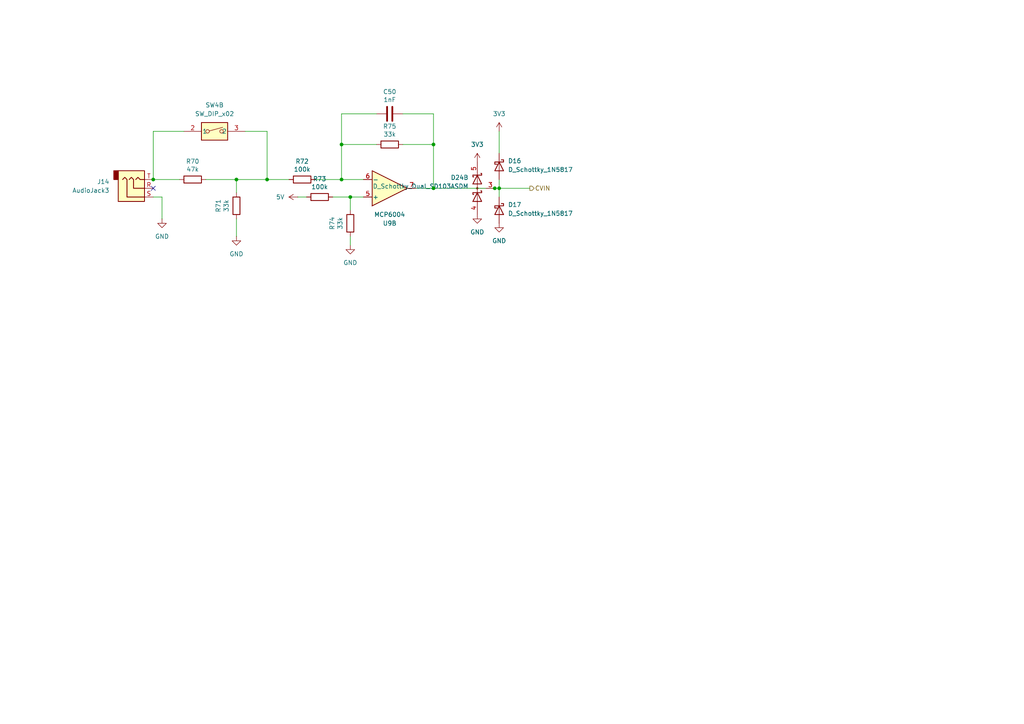
<source format=kicad_sch>
(kicad_sch (version 20231120) (generator "eeschema") (generator_version "8.0")
  (paper "A4")
  (lib_symbols
    (symbol "+3V3_1" (power) (pin_numbers hide) (pin_names (offset 0) hide)
      (property "Value" "+3V3" (at 0 3.556 0))
      (symbol "+3V3_1_0_1"
        (polyline (pts (xy -0.762 1.27) (xy 0 2.54)))
        (polyline (pts (xy 0 0) (xy 0 2.54)))
        (polyline (pts (xy 0 2.54) (xy 0.762 1.27)))
      )
      (symbol "+3V3_1_1_1"
        (pin power_in line (at 0 0 90) (length 0) (name "~") (number "1"))
      )
    )
    (symbol "Amplifier_Operational:MCP6004" (pin_names (offset 0.127))
      (property "Reference" "U" (at 0 5.08 0))
      (property "Value" "MCP6004" (at 0 -5.08 0))
      (symbol "MCP6004_1_1"
        (polyline (pts (xy -5.08 5.08) (xy 5.08 0) (xy -5.08 -5.08) (xy -5.08 5.08)) (stroke (width 0.254)) (fill (type background)))
        (pin output line (at 7.62 0 180) (length 2.54) (name "~") (number "1"))
        (pin input line (at -7.62 -2.54 0) (length 2.54) (name "-") (number "2"))
        (pin input line (at -7.62 2.54 0) (length 2.54) (name "+") (number "3"))
      )
      (symbol "MCP6004_2_1"
        (polyline (pts (xy -5.08 5.08) (xy 5.08 0) (xy -5.08 -5.08) (xy -5.08 5.08)) (stroke (width 0.254)) (fill (type background)))
        (pin input line (at -7.62 2.54 0) (length 2.54) (name "+") (number "5"))
        (pin input line (at -7.62 -2.54 0) (length 2.54) (name "-") (number "6"))
        (pin output line (at 7.62 0 180) (length 2.54) (name "~") (number "7"))
      )
      (symbol "MCP6004_3_1"
        (polyline (pts (xy -5.08 5.08) (xy 5.08 0) (xy -5.08 -5.08) (xy -5.08 5.08)) (stroke (width 0.254)) (fill (type background)))
        (pin input line (at -7.62 2.54 0) (length 2.54) (name "+") (number "10"))
        (pin output line (at 7.62 0 180) (length 2.54) (name "~") (number "8"))
        (pin input line (at -7.62 -2.54 0) (length 2.54) (name "-") (number "9"))
      )
      (symbol "MCP6004_4_1"
        (polyline (pts (xy -5.08 5.08) (xy 5.08 0) (xy -5.08 -5.08) (xy -5.08 5.08)) (stroke (width 0.254)) (fill (type background)))
        (pin input line (at -7.62 2.54 0) (length 2.54) (name "+") (number "12"))
        (pin input line (at -7.62 -2.54 0) (length 2.54) (name "-") (number "13"))
        (pin output line (at 7.62 0 180) (length 2.54) (name "~") (number "14"))
      )
      (symbol "MCP6004_5_1"
        (pin power_in line (at -2.54 -7.62 90) (length 3.81) (name "V-") (number "11"))
        (pin power_in line (at -2.54 7.62 270) (length 3.81) (name "V+") (number "4"))
      )
    )
    (symbol "Connector_Audio:AudioJack3"
      (property "Reference" "J" (at 0 8.89 0))
      (property "Value" "AudioJack3" (at 0 6.35 0))
      (symbol "AudioJack3_0_1"
        (rectangle (start -5.08 -5.08) (end -6.35 -2.54) (stroke (width 0.254)) (fill (type outline)))
        (polyline (pts (xy 0 -2.54) (xy 0.635 -3.175) (xy 1.27 -2.54) (xy 2.54 -2.54)) (stroke (width 0.254)))
        (polyline (pts (xy -1.905 -2.54) (xy -1.27 -3.175) (xy -0.635 -2.54) (xy -0.635 0) (xy 2.54 0)) (stroke (width 0.254)))
        (polyline (pts (xy 2.54 2.54) (xy -2.54 2.54) (xy -2.54 -2.54) (xy -3.175 -3.175) (xy -3.81 -2.54)) (stroke (width 0.254)))
        (rectangle (start 2.54 3.81) (end -5.08 -5.08) (stroke (width 0.254)) (fill (type background)))
      )
      (symbol "AudioJack3_1_1"
        (pin passive line (at 5.08 0 180) (length 2.54) (name "~") (number "R"))
        (pin passive line (at 5.08 2.54 180) (length 2.54) (name "~") (number "S"))
        (pin passive line (at 5.08 -2.54 180) (length 2.54) (name "~") (number "T"))
      )
    )
    (symbol "Device:C" (pin_numbers hide) (pin_names (offset 0.254))
      (property "Reference" "C" (at 0.635 2.54 0))
      (property "Value" "C" (at 0.635 -2.54 0))
      (symbol "C_0_1"
        (polyline (pts (xy -2.032 -0.762) (xy 2.032 -0.762)) (stroke (width 0.508)))
        (polyline (pts (xy -2.032 0.762) (xy 2.032 0.762)) (stroke (width 0.508)))
      )
      (symbol "C_1_1"
        (pin passive line (at 0 3.81 270) (length 2.794) (name "~") (number "1"))
        (pin passive line (at 0 -3.81 90) (length 2.794) (name "~") (number "2"))
      )
    )
    (symbol "Device:D_Schottky" (pin_numbers hide) (pin_names (offset 1.016) hide)
      (property "Reference" "D" (at 0 2.54 0))
      (property "Value" "D_Schottky" (at 0 -2.54 0))
      (symbol "D_Schottky_0_1"
        (polyline (pts (xy 1.27 0) (xy -1.27 0)))
        (polyline (pts (xy 1.27 1.27) (xy 1.27 -1.27) (xy -1.27 0) (xy 1.27 1.27)) (stroke (width 0.254)))
        (polyline (pts (xy -1.905 0.635) (xy -1.905 1.27) (xy -1.27 1.27) (xy -1.27 -1.27) (xy -0.635 -1.27) (xy -0.635 -0.635)) (stroke (width 0.254)))
      )
      (symbol "D_Schottky_1_1"
        (pin passive line (at -3.81 0 0) (length 2.54) (name "K") (number "1"))
        (pin passive line (at 3.81 0 180) (length 2.54) (name "A") (number "2"))
      )
    )
    (symbol "Device:R" (pin_numbers hide) (pin_names (offset 0))
      (property "Reference" "R" (at 2.032 0 90))
      (property "Value" "R" (at 0 0 90))
      (symbol "R_0_1"
        (rectangle (start -1.016 -2.54) (end 1.016 2.54) (stroke (width 0.254)))
      )
      (symbol "R_1_1"
        (pin passive line (at 0 3.81 270) (length 1.27) (name "~") (number "1"))
        (pin passive line (at 0 -3.81 90) (length 1.27) (name "~") (number "2"))
      )
    )
    (symbol "asynthosc_lib:D_Schottky_Dual_SD103ASDM" (pin_names (offset 0.762) hide)
      (property "Reference" "D" (at 1.27 -2.54 0))
      (property "Value" "D_Schottky_Dual_SD103ASDM" (at 0 2.54 0))
      (symbol "D_Schottky_Dual_SD103ASDM_0_1"
        (polyline (pts (xy 0 0) (xy 0 -2.54)))
        (polyline (pts (xy 3.81 0) (xy -3.81 0)))
        (polyline (pts (xy -1.27 -1.27) (xy -1.27 1.27) (xy -1.27 1.27)) (stroke (width 0.254)))
        (polyline (pts (xy 3.81 1.27) (xy 3.81 -1.27) (xy 3.81 -1.27)) (stroke (width 0.254)))
        (polyline (pts (xy -1.27 -1.27) (xy -0.762 -1.27) (xy -0.762 -1.016) (xy -0.762 -1.016)) (stroke (width 0.254)))
        (polyline (pts (xy 3.81 -1.27) (xy 4.318 -1.27) (xy 4.318 -1.016) (xy 4.318 -1.016)) (stroke (width 0.254)))
        (polyline (pts (xy 3.81 1.27) (xy 3.302 1.27) (xy 3.302 1.016) (xy 3.302 1.016)) (stroke (width 0.254)))
        (polyline (pts (xy -1.778 1.016) (xy -1.778 1.27) (xy -1.27 1.27) (xy -1.27 1.27) (xy -1.27 1.27)) (stroke (width 0.254)))
        (polyline (pts (xy -3.81 1.27) (xy -1.27 0) (xy -3.81 -1.27) (xy -3.81 1.27) (xy -3.81 1.27) (xy -3.81 1.27)) (stroke (width 0.254)))
        (polyline (pts (xy 1.27 1.27) (xy 3.81 0) (xy 1.27 -1.27) (xy 1.27 1.27) (xy 1.27 1.27) (xy 1.27 1.27)) (stroke (width 0.254)))
        (circle (center 0 0) (radius 0.254) (fill (type outline)))
      )
      (symbol "D_Schottky_Dual_SD103ASDM_1_1"
        (pin passive line (at -7.62 0 0) (length 3.81) (name "A") (number "1"))
        (pin passive line (at 7.62 0 180) (length 3.81) (name "K") (number "2"))
        (pin passive line (at 0 -5.08 90) (length 2.54) (name "common") (number "6"))
      )
      (symbol "D_Schottky_Dual_SD103ASDM_2_1"
        (pin passive line (at 0 -5.08 90) (length 2.54) (name "common") (number "3"))
        (pin passive line (at -7.62 0 0) (length 3.81) (name "A") (number "4"))
        (pin passive line (at 7.62 0 180) (length 3.81) (name "K") (number "5"))
      )
    )
    (symbol "asynthosc_lib:SW_DIP_x02_SEP" (pin_names (offset 0.254))
      (property "Reference" "SW" (at -2.54 4.064 0))
      (property "Value" "SW_DIP_x02" (at 0.254 -3.81 0))
      (symbol "SW_DIP_x02_SEP_0_0"
        (circle (center -2.032 0) (radius 0.508))
        (polyline (pts (xy -1.524 0.127) (xy 2.3622 1.1684)))
        (circle (center 2.032 0) (radius 0.508))
      )
      (symbol "SW_DIP_x02_SEP_0_1"
        (rectangle (start -3.81 2.54) (end 3.81 -2.54) (stroke (width 0.254)) (fill (type background)))
      )
      (symbol "SW_DIP_x02_SEP_1_1"
        (pin passive line (at -8.89 0 0) (length 5.08) (name "1") (number "1"))
        (pin passive line (at 8.89 0 180) (length 5.08) (name "2") (number "4"))
      )
      (symbol "SW_DIP_x02_SEP_2_1"
        (pin passive line (at -8.89 0 0) (length 5.08) (name "1") (number "2"))
        (pin passive line (at 8.89 0 180) (length 5.08) (name "2") (number "3"))
      )
    )
    (symbol "power:+3V3" (power) (pin_numbers hide) (pin_names (offset 0) hide)
      (property "Value" "+3V3" (at 0 3.556 0))
      (symbol "+3V3_0_1"
        (polyline (pts (xy -0.762 1.27) (xy 0 2.54)))
        (polyline (pts (xy 0 0) (xy 0 2.54)))
        (polyline (pts (xy 0 2.54) (xy 0.762 1.27)))
      )
      (symbol "+3V3_1_1"
        (pin power_in line (at 0 0 90) (length 0) (name "~") (number "1"))
      )
    )
    (symbol "power:GND" (power) (pin_numbers hide) (pin_names (offset 0) hide)
      (property "Value" "GND" (at 0 -3.81 0))
      (symbol "GND_0_1"
        (polyline (pts (xy 0 0) (xy 0 -1.27) (xy 1.27 -1.27) (xy 0 -2.54) (xy -1.27 -1.27) (xy 0 -1.27)))
      )
      (symbol "GND_1_1"
        (pin power_in line (at 0 0 270) (length 0) (name "~") (number "1"))
      )
    )
  )
  (junction (at 77.47 52.07))
  (junction (at 143.51 54.61))
  (junction (at 44.45 52.07))
  (junction (at 144.78 54.61))
  (junction (at 101.6 57.15))
  (junction (at 99.06 52.07))
  (junction (at 99.06 41.91))
  (junction (at 68.58 52.07))
  (junction (at 125.73 41.91))
  (junction (at 125.73 54.61))
  (no_connect (at 44.45 54.61))
  (wire (pts (xy 96.52 57.15) (xy 101.6 57.15)))
  (wire (pts (xy 101.6 57.15) (xy 105.41 57.15)))
  (wire (pts (xy 116.84 41.91) (xy 125.73 41.91)))
  (wire (pts (xy 144.78 54.61) (xy 144.78 52.07)))
  (wire (pts (xy 109.22 33.02) (xy 99.06 33.02)))
  (wire (pts (xy 99.06 41.91) (xy 99.06 52.07)))
  (wire (pts (xy 125.73 54.61) (xy 120.65 54.61)))
  (wire (pts (xy 68.58 63.5) (xy 68.58 68.58)))
  (wire (pts (xy 125.73 41.91) (xy 125.73 54.61)))
  (wire (pts (xy 143.51 54.61) (xy 144.78 54.61)))
  (wire (pts (xy 86.36 57.15) (xy 88.9 57.15)))
  (wire (pts (xy 144.78 54.61) (xy 144.78 57.15)))
  (wire (pts (xy 91.44 52.07) (xy 99.06 52.07)))
  (wire (pts (xy 144.78 38.1) (xy 144.78 44.45)))
  (wire (pts (xy 46.99 57.15) (xy 44.45 57.15)))
  (wire (pts (xy 68.58 52.07) (xy 68.58 55.88)))
  (wire (pts (xy 109.22 41.91) (xy 99.06 41.91)))
  (wire (pts (xy 46.99 57.15) (xy 46.99 63.5)))
  (wire (pts (xy 83.82 52.07) (xy 77.47 52.07)))
  (wire (pts (xy 44.45 52.07) (xy 52.07 52.07)))
  (wire (pts (xy 125.73 33.02) (xy 125.73 41.91)))
  (wire (pts (xy 99.06 52.07) (xy 105.41 52.07)))
  (wire (pts (xy 44.45 52.07) (xy 44.45 38.1)))
  (wire (pts (xy 77.47 38.1) (xy 77.47 52.07)))
  (wire (pts (xy 99.06 33.02) (xy 99.06 41.91)))
  (wire (pts (xy 101.6 68.58) (xy 101.6 71.12)))
  (wire (pts (xy 59.69 52.07) (xy 68.58 52.07)))
  (wire (pts (xy 44.45 38.1) (xy 53.34 38.1)))
  (wire (pts (xy 125.73 54.61) (xy 143.51 54.61)))
  (wire (pts (xy 144.78 54.61) (xy 153.67 54.61)))
  (wire (pts (xy 101.6 60.96) (xy 101.6 57.15)))
  (wire (pts (xy 68.58 52.07) (xy 77.47 52.07)))
  (wire (pts (xy 116.84 33.02) (xy 125.73 33.02)))
  (wire (pts (xy 71.12 38.1) (xy 77.47 38.1)))
  (hierarchical_label "CVIN" (shape output) (at 153.67 54.61 0))
  (symbol (lib_id "power:GND") (at 101.6 71.12 0) (unit 1)
    (property "Reference" "#PWR0124" (effects (hide yes)))
    (property "Value" "GND" (at 101.6 76.2 0))
    (property "Description" "Power symbol creates a global label with name \"GND\" , ground" (effects (hide yes)))
    (instances (project "asynthosc" (path "" (reference "#PWR0124") (unit 1)) (path "" (reference "#PWR085") (unit 1)) (path "" (reference "#PWR079") (unit 1)) (path "" (reference "#PWR073") (unit 1))))
  )
  (symbol (lib_name "+3V3_1") (lib_id "power:+3V3") (at 86.36 57.15 90) (unit 1)
    (property "Reference" "#PWR0123" (effects (hide yes)))
    (property "Value" "5V" (at 82.55 57.1499 90) (effects (justify left)))
    (property "Description" "Power symbol creates a global label with name \"+3V3\"" (effects (hide yes)))
    (instances (project "asynthosc" (path "" (reference "#PWR0123") (unit 1)) (path "" (reference "#PWR084") (unit 1)) (path "" (reference "#PWR078") (unit 1)) (path "" (reference "#PWR072") (unit 1))))
  )
  (symbol (lib_id "Device:R") (at 113.03 41.91 270) (unit 1)
    (property "Reference" "R75" (at 113.03 36.6522 90))
    (property "Value" "33k" (at 113.03 38.9636 90))
    (property "Footprint" "Resistor_SMD:R_0402_1005Metric" (effects (hide yes)))
    (property "RefNum" "_generic_" (effects (hide yes)))
    (instances (project "asynthosc" (path "" (reference "R75") (unit 1)) (path "" (reference "R44") (unit 1)) (path "" (reference "R38") (unit 1)) (path "" (reference "R32") (unit 1))))
  )
  (symbol (lib_id "Device:R") (at 55.88 52.07 270) (unit 1)
    (property "Reference" "R70" (at 55.88 46.8122 90))
    (property "Value" "47k" (at 55.88 49.1236 90))
    (property "Footprint" "Resistor_SMD:R_0402_1005Metric" (effects (hide yes)))
    (property "RefNum" "_generic_" (effects (hide yes)))
    (instances (project "asynthosc" (path "" (reference "R70") (unit 1)) (path "" (reference "R39") (unit 1)) (path "" (reference "R33") (unit 1)) (path "" (reference "R27") (unit 1))))
  )
  (symbol (lib_id "power:GND") (at 68.58 68.58 0) (unit 1)
    (property "Reference" "#PWR0122" (effects (hide yes)))
    (property "Value" "GND" (at 68.58 73.66 0))
    (property "Description" "Power symbol creates a global label with name \"GND\" , ground" (effects (hide yes)))
    (instances (project "asynthosc" (path "" (reference "#PWR0122") (unit 1)) (path "" (reference "#PWR083") (unit 1)) (path "" (reference "#PWR077") (unit 1)) (path "" (reference "#PWR071") (unit 1))))
  )
  (symbol (lib_id "power:+3V3") (at 144.78 38.1 0) (unit 1)
    (property "Reference" "#PWR0125" (effects (hide yes)))
    (property "Value" "3V3" (at 144.78 33.02 0))
    (property "Description" "Power symbol creates a global label with name \"+3V3\"" (effects (hide yes)))
    (instances (project "asynthosc" (path "" (reference "#PWR0125") (unit 1)) (path "" (reference "#PWR086") (unit 1)) (path "" (reference "#PWR080") (unit 1)) (path "" (reference "#PWR074") (unit 1))))
  )
  (symbol (lib_id "power:GND") (at 138.43 62.23 0) (unit 1)
    (property "Reference" "#PWR0152" (effects (hide yes)))
    (property "Value" "GND" (at 138.43 67.31 0))
    (property "Description" "Power symbol creates a global label with name \"GND\" , ground" (effects (hide yes)))
    (instances (project "asynthosc" (path "" (reference "#PWR0155") (unit 1)) (path "" (reference "#PWR0154") (unit 1)) (path "" (reference "#PWR0153") (unit 1)) (path "" (reference "#PWR0152") (unit 1))))
  )
  (symbol (lib_id "Device:D_Schottky") (at 144.78 60.96 270) (unit 1)
    (property "Reference" "D17" (at 147.32 59.3724 90) (effects (justify left)))
    (property "Value" "D_Schottky_1N5817" (at 147.32 61.9124 90) (effects (justify left)))
    (property "Footprint" "Diode_SMD:D_SOD-123" (effects (hide yes)))
    (property "Description" "Schottky diode" (effects (hide yes)))
    (property "Sim.Library" "/home/eve/Documents/asynth2osc/kicad/asynthosc/spice_mods/1N5817.txt" (effects (hide yes)))
    (property "Sim.Name" "DI_1N5817" (effects (hide yes)))
    (property "Sim.Device" "D" (effects (hide yes)))
    (property "Sim.Pins" "1=K 2=A" (effects (hide yes)))
    (property "RefNum" "1N5817" (effects (hide yes)))
    (instances (project "asynthosc" (path "" (reference "D17") (unit 1)) (path "" (reference "D14") (unit 1)) (path "" (reference "D12") (unit 1)) (path "" (reference "D10") (unit 1))))
  )
  (symbol (lib_id "power:GND") (at 144.78 64.77 0) (unit 1)
    (property "Reference" "#PWR0126" (effects (hide yes)))
    (property "Value" "GND" (at 144.78 69.85 0))
    (property "Description" "Power symbol creates a global label with name \"GND\" , ground" (effects (hide yes)))
    (instances (project "asynthosc" (path "" (reference "#PWR0126") (unit 1)) (path "" (reference "#PWR087") (unit 1)) (path "" (reference "#PWR081") (unit 1)) (path "" (reference "#PWR075") (unit 1))))
  )
  (symbol (lib_id "asynthosc_lib:D_Schottky_Dual_SD103ASDM") (at 138.43 54.61 90) (unit 1)
    (property "Reference" "D22" (at 135.89 51.4984 90) (effects (justify left)))
    (property "Value" "D_Schottky_Dual_SD103ASDM" (at 135.89 54.0384 90) (effects (justify left)))
    (property "Footprint" "SOT-23-6" (effects (hide yes)))
    (property "Description" "Dual Schottky diode, anode/center/cathode" (effects (hide yes)))
    (instances (project "asynthosc" (path "" (reference "D24") (unit 2)) (path "" (reference "D24") (unit 1)) (path "" (reference "D22") (unit 2)) (path "" (reference "D22") (unit 1))))
  )
  (symbol (lib_id "asynthosc_lib:SW_DIP_x02_SEP") (at 62.23 38.1 0) (unit 1)
    (property "Reference" "SW3" (at 62.23 30.48 0))
    (property "Value" "SW_DIP_x02" (at 62.23 33.02 0))
    (property "Footprint" "Button_Switch_SMD:SW_DIP_SPSTx02_Slide_9.78x7.26mm_W8.61mm_P2.54mm" (effects (hide yes)))
    (instances (project "" (path "" (reference "SW4") (unit 2)) (path "" (reference "SW4") (unit 1)) (path "" (reference "SW3") (unit 2)) (path "" (reference "SW3") (unit 1))))
  )
  (symbol (lib_id "Connector_Audio:AudioJack3") (at 39.37 54.61 0) (mirror x) (unit 1)
    (property "Reference" "J14" (at 31.75 52.7049 0) (effects (justify right)))
    (property "Value" "AudioJack3" (at 31.75 55.2449 0) (effects (justify right)))
    (property "Footprint" "asynthosc:Jack_3.5mm_3legs_XKB_PJ-3411_Vertical" (effects (hide yes)))
    (property "Description" "Audio Jack, 3 Poles (Stereo / TRS)" (effects (hide yes)))
    (property "Sim.Device" "V" (effects (hide yes)))
    (property "Sim.Type" "SIN" (effects (hide yes)))
    (property "Sim.Pins" "S=- T=+" (effects (hide yes)))
    (property "Sim.Params" "dc=0 ampl=12 f=2" (effects (hide yes)))
    (property "Manufacturer" "XKB" (effects (hide yes)))
    (property "RefNum" "PJ-3411 " (effects (hide yes)))
    (instances (project "asynthosc" (path "" (reference "J14") (unit 1)) (path "" (reference "J10") (unit 1)) (path "" (reference "J9") (unit 1)) (path "" (reference "J8") (unit 1))))
  )
  (symbol (lib_id "Amplifier_Operational:MCP6004") (at 113.03 54.61 0) (mirror x) (unit 2)
    (property "Reference" "U9" (at 113.03 64.77 0))
    (property "Value" "MCP6004" (at 113.03 62.23 0))
    (property "Footprint" "Package_SO:TSSOP-14_4.4x5mm_P0.65mm" (effects (hide yes)))
    (property "Datasheet" "http://ww1.microchip.com/downloads/en/DeviceDoc/21733j.pdf" (effects (hide yes)))
    (property "Description" "1MHz, Low-Power Op Amp, DIP-14/SOIC-14/TSSOP-14" (effects (hide yes)))
    (property "Sim.Library" "/home/eve/Documents/asynth2osc/kicad/asynthosc/spice_mods/MCP600x.txt" (effects (hide yes)))
    (property "Sim.Name" "MCP6004_pinout" (effects (hide yes)))
    (property "Sim.Device" "SUBCKT" (effects (hide yes)))
    (property "Sim.Pins" "1=1 2=2 3=3 4=4 5=5 6=6 7=7 8=8 9=9 10=10 11=11 12=12 13=13 14=14" (effects (hide yes)))
    (property "Manufacturer" "Microchip" (effects (hide yes)))
    (property "RefNum" " MCP6004T-E/ST" (effects (hide yes)))
    (instances (project "asynthosc" (path "" (reference "U9") (unit 2)) (path "" (reference "U9") (unit 1)) (path "" (reference "U8") (unit 2)) (path "" (reference "U8") (unit 1))))
  )
  (symbol (lib_id "Device:C") (at 113.03 33.02 270) (unit 1)
    (property "Reference" "C50" (at 113.03 26.6192 90))
    (property "Value" "1nF" (at 113.03 28.9306 90))
    (property "Footprint" "Capacitor_SMD:C_0603_1608Metric" (effects (hide yes)))
    (property "RefNum" "_generic_" (effects (hide yes)))
    (instances (project "asynthosc" (path "" (reference "C50") (unit 1)) (path "" (reference "C36") (unit 1)) (path "" (reference "C35") (unit 1)) (path "" (reference "C34") (unit 1))))
  )
  (symbol (lib_id "Device:R") (at 92.71 57.15 270) (unit 1)
    (property "Reference" "R73" (at 92.71 51.8922 90))
    (property "Value" "100k" (at 92.71 54.2036 90))
    (property "Footprint" "Resistor_SMD:R_0402_1005Metric" (effects (hide yes)))
    (property "RefNum" "_generic_" (effects (hide yes)))
    (instances (project "asynthosc" (path "" (reference "R73") (unit 1)) (path "" (reference "R42") (unit 1)) (path "" (reference "R36") (unit 1)) (path "" (reference "R30") (unit 1))))
  )
  (symbol (lib_id "Device:D_Schottky") (at 144.78 48.26 270) (unit 1)
    (property "Reference" "D16" (at 147.32 46.6724 90) (effects (justify left)))
    (property "Value" "D_Schottky_1N5817" (at 147.32 49.2124 90) (effects (justify left)))
    (property "Footprint" "Diode_SMD:D_SOD-123" (effects (hide yes)))
    (property "Description" "Schottky diode" (effects (hide yes)))
    (property "Sim.Library" "/home/eve/Documents/asynth2osc/kicad/asynthosc/spice_mods/1N5817.txt" (effects (hide yes)))
    (property "Sim.Name" "DI_1N5817" (effects (hide yes)))
    (property "Sim.Device" "D" (effects (hide yes)))
    (property "Sim.Pins" "1=K 2=A" (effects (hide yes)))
    (property "RefNum" "1N5817" (effects (hide yes)))
    (instances (project "asynthosc" (path "" (reference "D16") (unit 1)) (path "" (reference "D13") (unit 1)) (path "" (reference "D11") (unit 1)) (path "" (reference "D9") (unit 1))))
  )
  (symbol (lib_id "Device:R") (at 68.58 59.69 0) (unit 1)
    (property "Reference" "R71" (at 63.3222 59.69 90))
    (property "Value" "33k" (at 65.6336 59.69 90))
    (property "Footprint" "Resistor_SMD:R_0402_1005Metric" (effects (hide yes)))
    (property "RefNum" "_generic_" (effects (hide yes)))
    (instances (project "asynthosc" (path "" (reference "R71") (unit 1)) (path "" (reference "R40") (unit 1)) (path "" (reference "R34") (unit 1)) (path "" (reference "R28") (unit 1))))
  )
  (symbol (lib_id "Device:R") (at 101.6 64.77 0) (unit 1)
    (property "Reference" "R74" (at 96.3422 64.77 90))
    (property "Value" "33k" (at 98.6536 64.77 90))
    (property "Footprint" "Resistor_SMD:R_0402_1005Metric" (effects (hide yes)))
    (property "RefNum" "_generic_" (effects (hide yes)))
    (instances (project "asynthosc" (path "" (reference "R74") (unit 1)) (path "" (reference "R43") (unit 1)) (path "" (reference "R37") (unit 1)) (path "" (reference "R31") (unit 1))))
  )
  (symbol (lib_id "power:GND") (at 46.99 63.5 0) (unit 1)
    (property "Reference" "#PWR0121" (effects (hide yes)))
    (property "Value" "GND" (at 46.99 68.58 0))
    (property "Description" "Power symbol creates a global label with name \"GND\" , ground" (effects (hide yes)))
    (instances (project "asynthosc" (path "" (reference "#PWR0121") (unit 1)) (path "" (reference "#PWR082") (unit 1)) (path "" (reference "#PWR076") (unit 1)) (path "" (reference "#PWR070") (unit 1))))
  )
  (symbol (lib_id "power:+3V3") (at 138.43 46.99 0) (unit 1)
    (property "Reference" "#PWR0148" (effects (hide yes)))
    (property "Value" "3V3" (at 138.43 41.91 0))
    (property "Description" "Power symbol creates a global label with name \"+3V3\"" (effects (hide yes)))
    (instances (project "asynthosc" (path "" (reference "#PWR0151") (unit 1)) (path "" (reference "#PWR0150") (unit 1)) (path "" (reference "#PWR0149") (unit 1)) (path "" (reference "#PWR0148") (unit 1))))
  )
  (symbol (lib_id "Device:R") (at 87.63 52.07 270) (unit 1)
    (property "Reference" "R72" (at 87.63 46.8122 90))
    (property "Value" "100k" (at 87.63 49.1236 90))
    (property "Footprint" "Resistor_SMD:R_0402_1005Metric" (effects (hide yes)))
    (property "RefNum" "_generic_" (effects (hide yes)))
    (instances (project "asynthosc" (path "" (reference "R72") (unit 1)) (path "" (reference "R41") (unit 1)) (path "" (reference "R35") (unit 1)) (path "" (reference "R29") (unit 1))))
  )
)
</source>
